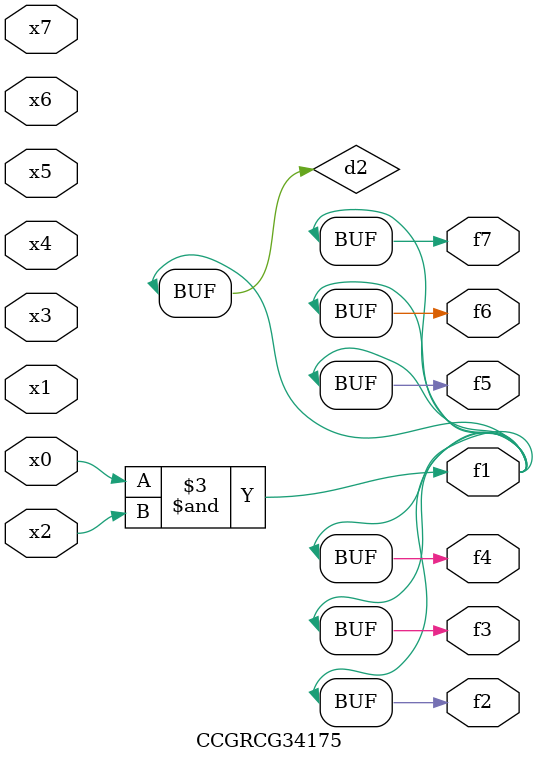
<source format=v>
module CCGRCG34175(
	input x0, x1, x2, x3, x4, x5, x6, x7,
	output f1, f2, f3, f4, f5, f6, f7
);

	wire d1, d2;

	nor (d1, x3, x6);
	and (d2, x0, x2);
	assign f1 = d2;
	assign f2 = d2;
	assign f3 = d2;
	assign f4 = d2;
	assign f5 = d2;
	assign f6 = d2;
	assign f7 = d2;
endmodule

</source>
